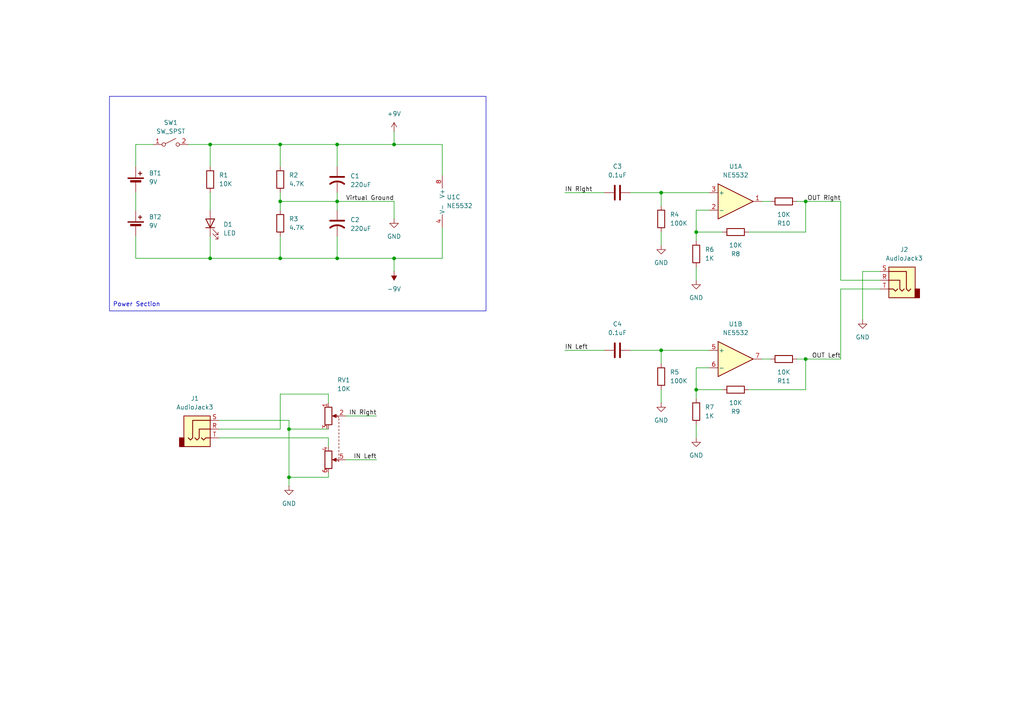
<source format=kicad_sch>
(kicad_sch (version 20250114) (generator "eeschema") (generator_version "9.0")
  (paper "A4")
  (lib_symbols
    (symbol "Amplifier_Operational:NE5532" (pin_names (offset 0.127))
      (property "Reference" "U" (at 0 5.08 0))
      (property "Value" "NE5532" (at 0 -5.08 0))
      (symbol "NE5532_1_1"
        (polyline (pts (xy -5.08 5.08) (xy 5.08 0) (xy -5.08 -5.08) (xy -5.08 5.08)) (stroke (width 0.254)) (fill (type background)))
        (pin input line (at -7.62 2.54 0) (length 2.54) (name "+") (number "3"))
        (pin input line (at -7.62 -2.54 0) (length 2.54) (name "-") (number "2"))
        (pin output line (at 7.62 0 180) (length 2.54) (name "~") (number "1"))
      )
      (symbol "NE5532_2_1"
        (polyline (pts (xy -5.08 5.08) (xy 5.08 0) (xy -5.08 -5.08) (xy -5.08 5.08)) (stroke (width 0.254)) (fill (type background)))
        (pin input line (at -7.62 2.54 0) (length 2.54) (name "+") (number "5"))
        (pin input line (at -7.62 -2.54 0) (length 2.54) (name "-") (number "6"))
        (pin output line (at 7.62 0 180) (length 2.54) (name "~") (number "7"))
      )
      (symbol "NE5532_3_1"
        (pin power_in line (at -2.54 7.62 270) (length 3.81) (name "V+") (number "8"))
        (pin power_in line (at -2.54 -7.62 90) (length 3.81) (name "V-") (number "4"))
      )
    )
    (symbol "Connector_Audio:AudioJack3"
      (property "Reference" "J" (at 0 8.89 0))
      (property "Value" "AudioJack3" (at 0 6.35 0))
      (symbol "AudioJack3_0_1"
        (rectangle (start -5.08 -5.08) (end -6.35 -2.54) (stroke (width 0.254)) (fill (type outline)))
        (polyline (pts (xy -1.905 -2.54) (xy -1.27 -3.175) (xy -0.635 -2.54) (xy -0.635 0) (xy 2.54 0)) (stroke (width 0.254)))
        (polyline (pts (xy 0 -2.54) (xy 0.635 -3.175) (xy 1.27 -2.54) (xy 2.54 -2.54)) (stroke (width 0.254)))
        (rectangle (start 2.54 3.81) (end -5.08 -5.08) (stroke (width 0.254)) (fill (type background)))
        (polyline (pts (xy 2.54 2.54) (xy -2.54 2.54) (xy -2.54 -2.54) (xy -3.175 -3.175) (xy -3.81 -2.54)) (stroke (width 0.254)))
      )
      (symbol "AudioJack3_1_1"
        (pin passive line (at 5.08 2.54 180) (length 2.54) (name "~") (number "S"))
        (pin passive line (at 5.08 0 180) (length 2.54) (name "~") (number "R"))
        (pin passive line (at 5.08 -2.54 180) (length 2.54) (name "~") (number "T"))
      )
    )
    (symbol "Device:Battery_Cell" (pin_numbers (hide yes)) (pin_names (offset 0) (hide yes))
      (property "Reference" "BT" (at 2.54 2.54 0))
      (property "Value" "Battery_Cell" (at 2.54 0 0))
      (symbol "Battery_Cell_0_1"
        (rectangle (start -2.286 1.778) (end 2.286 1.524) (fill (type outline)))
        (rectangle (start -1.524 1.016) (end 1.524 0.508) (fill (type outline)))
        (polyline (pts (xy 0 1.778) (xy 0 2.54)))
        (polyline (pts (xy 0 0.762) (xy 0 0)))
        (polyline (pts (xy 0.762 3.048) (xy 1.778 3.048)) (stroke (width 0.254)))
        (polyline (pts (xy 1.27 3.556) (xy 1.27 2.54)) (stroke (width 0.254)))
      )
      (symbol "Battery_Cell_1_1"
        (pin passive line (at 0 5.08 270) (length 2.54) (name "+") (number "1"))
        (pin passive line (at 0 -2.54 90) (length 2.54) (name "-") (number "2"))
      )
    )
    (symbol "Device:C" (pin_numbers (hide yes)) (pin_names (offset 0.254))
      (property "Reference" "C" (at 0.635 2.54 0))
      (property "Value" "C" (at 0.635 -2.54 0))
      (symbol "C_0_1"
        (polyline (pts (xy -2.032 0.762) (xy 2.032 0.762)) (stroke (width 0.508)))
        (polyline (pts (xy -2.032 -0.762) (xy 2.032 -0.762)) (stroke (width 0.508)))
      )
      (symbol "C_1_1"
        (pin passive line (at 0 3.81 270) (length 2.794) (name "~") (number "1"))
        (pin passive line (at 0 -3.81 90) (length 2.794) (name "~") (number "2"))
      )
    )
    (symbol "Device:C_US" (pin_numbers (hide yes)) (pin_names (offset 0.254) (hide yes))
      (property "Reference" "C" (at 0.635 2.54 0))
      (property "Value" "C_US" (at 0.635 -2.54 0))
      (symbol "C_US_0_1"
        (polyline (pts (xy -2.032 0.762) (xy 2.032 0.762)) (stroke (width 0.508)))
        (arc (start -2.032 -1.27) (mid 0 -0.5572) (end 2.032 -1.27) (stroke (width 0.508)))
      )
      (symbol "C_US_1_1"
        (pin passive line (at 0 3.81 270) (length 2.794) (name "~") (number "1"))
        (pin passive line (at 0 -3.81 90) (length 3.302) (name "~") (number "2"))
      )
    )
    (symbol "Device:LED" (pin_numbers (hide yes)) (pin_names (offset 1.016) (hide yes))
      (property "Reference" "D" (at 0 2.54 0))
      (property "Value" "LED" (at 0 -2.54 0))
      (symbol "LED_0_1"
        (polyline (pts (xy -3.048 -0.762) (xy -4.572 -2.286) (xy -3.81 -2.286) (xy -4.572 -2.286) (xy -4.572 -1.524)))
        (polyline (pts (xy -1.778 -0.762) (xy -3.302 -2.286) (xy -2.54 -2.286) (xy -3.302 -2.286) (xy -3.302 -1.524)))
        (polyline (pts (xy -1.27 0) (xy 1.27 0)))
        (polyline (pts (xy -1.27 -1.27) (xy -1.27 1.27)) (stroke (width 0.254)))
        (polyline (pts (xy 1.27 -1.27) (xy 1.27 1.27) (xy -1.27 0) (xy 1.27 -1.27)) (stroke (width 0.254)))
      )
      (symbol "LED_1_1"
        (pin passive line (at -3.81 0 0) (length 2.54) (name "K") (number "1"))
        (pin passive line (at 3.81 0 180) (length 2.54) (name "A") (number "2"))
      )
    )
    (symbol "Device:R" (pin_numbers (hide yes)) (pin_names (offset 0))
      (property "Reference" "R" (at 2.032 0 90))
      (property "Value" "R" (at 0 0 90))
      (symbol "R_0_1"
        (rectangle (start -1.016 -2.54) (end 1.016 2.54) (stroke (width 0.254)))
      )
      (symbol "R_1_1"
        (pin passive line (at 0 3.81 270) (length 1.27) (name "~") (number "1"))
        (pin passive line (at 0 -3.81 90) (length 1.27) (name "~") (number "2"))
      )
    )
    (symbol "Device:R_Potentiometer_Dual" (pin_names (offset 1.016) (hide yes))
      (property "Reference" "RV" (at 0 3.81 0))
      (property "Value" "R_Potentiometer_Dual" (at 0 1.905 0))
      (symbol "R_Potentiometer_Dual_0_1"
        (rectangle (start -8.89 -1.524) (end -3.81 -3.556) (stroke (width 0.254)))
        (polyline (pts (xy -6.35 0) (xy -6.35 -1.016)))
        (polyline (pts (xy -6.35 0) (xy -6.35 -1.016)))
        (polyline (pts (xy -6.35 0) (xy -5.842 0.508)))
        (polyline (pts (xy -6.35 -1.397) (xy -6.858 -0.254) (xy -5.842 -0.254) (xy -6.35 -1.397)) (fill (type outline)))
        (polyline (pts (xy -5.588 0.508) (xy -5.08 0.508)))
        (polyline (pts (xy -4.572 0.508) (xy -4.064 0.508)))
        (polyline (pts (xy -3.556 0.508) (xy -3.048 0.508)))
        (polyline (pts (xy -2.54 0.508) (xy -2.032 0.508)))
        (polyline (pts (xy -1.524 0.508) (xy -1.016 0.508)))
        (polyline (pts (xy -0.508 0.508) (xy 0 0.508)))
        (polyline (pts (xy 0.508 0.508) (xy 1.016 0.508)))
        (polyline (pts (xy 1.524 0.508) (xy 2.032 0.508)))
        (polyline (pts (xy 2.54 0.508) (xy 3.048 0.508)))
        (polyline (pts (xy 3.556 0.508) (xy 4.064 0.508)))
        (rectangle (start 3.81 -1.524) (end 8.89 -3.556) (stroke (width 0.254)))
        (polyline (pts (xy 4.572 0.508) (xy 5.08 0.508)))
        (polyline (pts (xy 5.588 0.508) (xy 6.096 0.508)))
        (polyline (pts (xy 6.35 0) (xy 6.35 -1.016)))
        (polyline (pts (xy 6.35 0) (xy 6.35 -1.016)))
        (polyline (pts (xy 6.35 -1.397) (xy 5.842 -0.254) (xy 6.858 -0.254) (xy 6.35 -1.397)) (fill (type outline)))
        (polyline (pts (xy 6.604 0.508) (xy 6.858 0.508) (xy 6.35 0)))
      )
      (symbol "R_Potentiometer_Dual_1_1"
        (pin passive line (at -10.16 -2.54 0) (length 1.27) (name "1") (number "1"))
        (pin passive line (at -6.35 2.54 270) (length 2.54) (name "2") (number "2"))
        (pin passive line (at -2.54 -2.54 180) (length 1.27) (name "3") (number "3"))
        (pin passive line (at 2.54 -2.54 0) (length 1.27) (name "4") (number "4"))
        (pin passive line (at 6.35 2.54 270) (length 2.54) (name "5") (number "5"))
        (pin passive line (at 10.16 -2.54 180) (length 1.27) (name "6") (number "6"))
      )
    )
    (symbol "Switch:SW_SPST" (pin_names (offset 0) (hide yes))
      (property "Reference" "SW" (at 0 3.175 0))
      (property "Value" "SW_SPST" (at 0 -2.54 0))
      (symbol "SW_SPST_0_0"
        (circle (center -2.032 0) (radius 0.508))
        (polyline (pts (xy -1.524 0.254) (xy 1.524 1.778)))
        (circle (center 2.032 0) (radius 0.508))
      )
      (symbol "SW_SPST_1_1"
        (pin passive line (at -5.08 0 0) (length 2.54) (name "A") (number "1"))
        (pin passive line (at 5.08 0 180) (length 2.54) (name "B") (number "2"))
      )
    )
    (symbol "power:+9V" (power) (pin_numbers (hide yes)) (pin_names (offset 0) (hide yes))
      (property "Value" "+9V" (at 0 3.556 0))
      (symbol "+9V_0_1"
        (polyline (pts (xy -0.762 1.27) (xy 0 2.54)))
        (polyline (pts (xy 0 2.54) (xy 0.762 1.27)))
        (polyline (pts (xy 0 0) (xy 0 2.54)))
      )
      (symbol "+9V_1_1"
        (pin power_in line (at 0 0 90) (length 0) (name "~") (number "1"))
      )
    )
    (symbol "power:-9V" (power) (pin_numbers (hide yes)) (pin_names (offset 0) (hide yes))
      (property "Value" "-9V" (at 0 3.556 0))
      (symbol "-9V_0_1"
        (polyline (pts (xy 0 0) (xy 0 2.54)))
        (polyline (pts (xy 0.762 1.27) (xy -0.762 1.27) (xy 0 2.54) (xy 0.762 1.27)) (fill (type outline)))
      )
      (symbol "-9V_1_1"
        (pin power_in line (at 0 0 90) (length 0) (name "~") (number "1"))
      )
    )
    (symbol "power:GND" (power) (pin_numbers (hide yes)) (pin_names (offset 0) (hide yes))
      (property "Value" "GND" (at 0 -3.81 0))
      (symbol "GND_0_1"
        (polyline (pts (xy 0 0) (xy 0 -1.27) (xy 1.27 -1.27) (xy 0 -2.54) (xy -1.27 -1.27) (xy 0 -1.27)))
      )
      (symbol "GND_1_1"
        (pin power_in line (at 0 0 270) (length 0) (name "~") (number "1"))
      )
    )
  )
  (rectangle (start 31.75 27.94) (end 140.97 90.17))
  (text "Power Section" (at 39.624 88.392 0) (effects (font (size 1.27 1.27))))
  (junction (at 97.79 41.91))
  (junction (at 191.77 55.88))
  (junction (at 201.93 113.03))
  (junction (at 233.68 58.42))
  (junction (at 81.28 41.91))
  (junction (at 97.79 74.93))
  (junction (at 81.28 74.93))
  (junction (at 114.3 41.91))
  (junction (at 233.68 104.14))
  (junction (at 191.77 101.6))
  (junction (at 97.79 58.42))
  (junction (at 83.82 138.43))
  (junction (at 201.93 67.31))
  (junction (at 83.82 124.46))
  (junction (at 114.3 74.93))
  (junction (at 60.96 74.93))
  (junction (at 81.28 58.42))
  (junction (at 60.96 41.91))
  (wire (pts (xy 217.17 113.03) (xy 233.68 113.03)))
  (wire (pts (xy 243.84 81.28) (xy 255.27 81.28)))
  (wire (pts (xy 81.28 68.58) (xy 81.28 74.93)))
  (wire (pts (xy 250.19 78.74) (xy 250.19 92.71)))
  (wire (pts (xy 81.28 41.91) (xy 60.96 41.91)))
  (wire (pts (xy 205.74 106.68) (xy 201.93 106.68)))
  (wire (pts (xy 95.25 127) (xy 95.25 129.54)))
  (wire (pts (xy 205.74 60.96) (xy 201.93 60.96)))
  (wire (pts (xy 201.93 113.03) (xy 201.93 115.57)))
  (wire (pts (xy 97.79 74.93) (xy 114.3 74.93)))
  (wire (pts (xy 39.37 48.26) (xy 39.37 41.91)))
  (wire (pts (xy 63.5 121.92) (xy 83.82 121.92)))
  (wire (pts (xy 63.5 124.46) (xy 81.28 124.46)))
  (wire (pts (xy 191.77 67.31) (xy 191.77 71.12)))
  (wire (pts (xy 83.82 140.97) (xy 83.82 138.43)))
  (wire (pts (xy 97.79 58.42) (xy 97.79 60.96)))
  (wire (pts (xy 114.3 58.42) (xy 114.3 63.5)))
  (wire (pts (xy 97.79 68.58) (xy 97.79 74.93)))
  (wire (pts (xy 201.93 67.31) (xy 201.93 69.85)))
  (wire (pts (xy 83.82 124.46) (xy 83.82 138.43)))
  (wire (pts (xy 233.68 58.42) (xy 243.84 58.42)))
  (wire (pts (xy 39.37 74.93) (xy 39.37 68.58)))
  (wire (pts (xy 217.17 67.31) (xy 233.68 67.31)))
  (wire (pts (xy 233.68 104.14) (xy 243.84 104.14)))
  (wire (pts (xy 39.37 74.93) (xy 60.96 74.93)))
  (wire (pts (xy 255.27 78.74) (xy 250.19 78.74)))
  (wire (pts (xy 97.79 55.88) (xy 97.79 58.42)))
  (wire (pts (xy 60.96 41.91) (xy 60.96 48.26)))
  (wire (pts (xy 114.3 78.74) (xy 114.3 74.93)))
  (wire (pts (xy 201.93 77.47) (xy 201.93 81.28)))
  (wire (pts (xy 114.3 38.1) (xy 114.3 41.91)))
  (wire (pts (xy 81.28 124.46) (xy 81.28 114.3)))
  (wire (pts (xy 81.28 74.93) (xy 60.96 74.93)))
  (wire (pts (xy 201.93 60.96) (xy 201.93 67.31)))
  (wire (pts (xy 201.93 67.31) (xy 209.55 67.31)))
  (wire (pts (xy 95.25 138.43) (xy 95.25 137.16)))
  (wire (pts (xy 81.28 58.42) (xy 81.28 60.96)))
  (wire (pts (xy 100.33 133.35) (xy 109.22 133.35)))
  (wire (pts (xy 97.79 41.91) (xy 114.3 41.91)))
  (wire (pts (xy 128.27 41.91) (xy 114.3 41.91)))
  (wire (pts (xy 39.37 55.88) (xy 39.37 60.96)))
  (wire (pts (xy 201.93 123.19) (xy 201.93 127)))
  (wire (pts (xy 83.82 121.92) (xy 83.82 124.46)))
  (wire (pts (xy 63.5 127) (xy 95.25 127)))
  (wire (pts (xy 95.25 114.3) (xy 95.25 116.84)))
  (wire (pts (xy 128.27 66.04) (xy 128.27 74.93)))
  (wire (pts (xy 233.68 113.03) (xy 233.68 104.14)))
  (wire (pts (xy 97.79 58.42) (xy 114.3 58.42)))
  (wire (pts (xy 243.84 104.14) (xy 243.84 83.82)))
  (wire (pts (xy 81.28 55.88) (xy 81.28 58.42)))
  (wire (pts (xy 163.83 101.6) (xy 175.26 101.6)))
  (wire (pts (xy 191.77 55.88) (xy 205.74 55.88)))
  (wire (pts (xy 60.96 55.88) (xy 60.96 60.96)))
  (wire (pts (xy 233.68 58.42) (xy 231.14 58.42)))
  (wire (pts (xy 81.28 58.42) (xy 97.79 58.42)))
  (wire (pts (xy 233.68 104.14) (xy 231.14 104.14)))
  (wire (pts (xy 128.27 50.8) (xy 128.27 41.91)))
  (wire (pts (xy 81.28 114.3) (xy 95.25 114.3)))
  (wire (pts (xy 243.84 58.42) (xy 243.84 81.28)))
  (wire (pts (xy 97.79 74.93) (xy 81.28 74.93)))
  (wire (pts (xy 233.68 67.31) (xy 233.68 58.42)))
  (wire (pts (xy 54.61 41.91) (xy 60.96 41.91)))
  (wire (pts (xy 97.79 48.26) (xy 97.79 41.91)))
  (wire (pts (xy 182.88 55.88) (xy 191.77 55.88)))
  (wire (pts (xy 81.28 48.26) (xy 81.28 41.91)))
  (wire (pts (xy 163.83 55.88) (xy 175.26 55.88)))
  (wire (pts (xy 100.33 120.65) (xy 109.22 120.65)))
  (wire (pts (xy 83.82 124.46) (xy 95.25 124.46)))
  (wire (pts (xy 39.37 41.91) (xy 44.45 41.91)))
  (wire (pts (xy 83.82 138.43) (xy 95.25 138.43)))
  (wire (pts (xy 220.98 58.42) (xy 223.52 58.42)))
  (wire (pts (xy 97.79 41.91) (xy 81.28 41.91)))
  (wire (pts (xy 191.77 113.03) (xy 191.77 116.84)))
  (wire (pts (xy 182.88 101.6) (xy 191.77 101.6)))
  (wire (pts (xy 201.93 113.03) (xy 209.55 113.03)))
  (wire (pts (xy 191.77 101.6) (xy 205.74 101.6)))
  (wire (pts (xy 201.93 106.68) (xy 201.93 113.03)))
  (wire (pts (xy 243.84 83.82) (xy 255.27 83.82)))
  (wire (pts (xy 191.77 55.88) (xy 191.77 59.69)))
  (wire (pts (xy 128.27 74.93) (xy 114.3 74.93)))
  (wire (pts (xy 60.96 68.58) (xy 60.96 74.93)))
  (wire (pts (xy 220.98 104.14) (xy 223.52 104.14)))
  (wire (pts (xy 191.77 101.6) (xy 191.77 105.41)))
  (label "OUT Left" (at 243.84 104.14 180))
  (label "IN Right" (at 109.22 120.65 180))
  (label "IN Right" (at 163.83 55.88 0))
  (label "IN Left" (at 109.22 133.35 180))
  (label "Virtual Ground" (at 114.3 58.42 180))
  (label "OUT Right" (at 243.84 58.42 180))
  (label "IN Left" (at 163.83 101.6 0))
  (symbol (lib_id "Device:C") (at 179.07 55.88 90) (unit 1)
    (property "Reference" "C3" (at 179.07 48.26 90))
    (property "Value" "0.1uF" (at 179.07 50.8 90))
    (property "Description" "Unpolarized capacitor" (effects (hide yes)))
  )
  (symbol (lib_id "Amplifier_Operational:NE5532") (at 130.81 58.42 0) (unit 3)
    (property "Reference" "U1" (at 129.54 57.1499 0) (effects (justify left)))
    (property "Value" "NE5532" (at 129.54 59.6899 0) (effects (justify left)))
    (property "Datasheet" "http://www.ti.com/lit/ds/symlink/ne5532.pdf" (effects (hide yes)))
    (property "Description" "Dual Low-Noise Operational Amplifiers, DIP-8/SOIC-8" (effects (hide yes)))
  )
  (symbol (lib_id "Amplifier_Operational:NE5532") (at 213.36 104.14 0) (unit 2)
    (property "Reference" "U1" (at 213.36 93.98 0))
    (property "Value" "NE5532" (at 213.36 96.52 0))
    (property "Datasheet" "http://www.ti.com/lit/ds/symlink/ne5532.pdf" (effects (hide yes)))
    (property "Description" "Dual Low-Noise Operational Amplifiers, DIP-8/SOIC-8" (effects (hide yes)))
  )
  (symbol (lib_id "power:GND") (at 201.93 81.28 0) (unit 1)
    (property "Reference" "#PWR09" (effects (hide yes)))
    (property "Value" "GND" (at 201.93 86.36 0))
    (property "Description" "Power symbol creates a global label with name \"GND\" , ground" (effects (hide yes)))
  )
  (symbol (lib_id "power:+9V") (at 114.3 38.1 0) (unit 1)
    (property "Reference" "#PWR02" (effects (hide yes)))
    (property "Value" "+9V" (at 114.3 33.02 0))
    (property "Description" "Power symbol creates a global label with name \"+9V\"" (effects (hide yes)))
  )
  (symbol (lib_id "Device:R") (at 213.36 113.03 90) (mirror x) (unit 1)
    (property "Reference" "R9" (at 213.36 119.38 90))
    (property "Value" "10K" (at 213.36 116.84 90))
    (property "Description" "Resistor" (effects (hide yes)))
  )
  (symbol (lib_id "power:GND") (at 191.77 71.12 0) (unit 1)
    (property "Reference" "#PWR07" (effects (hide yes)))
    (property "Value" "GND" (at 191.77 76.2 0))
    (property "Description" "Power symbol creates a global label with name \"GND\" , ground" (effects (hide yes)))
  )
  (symbol (lib_id "Connector_Audio:AudioJack3") (at 260.35 81.28 0) (mirror y) (unit 1)
    (property "Reference" "J2" (at 262.255 72.39 0))
    (property "Value" "AudioJack3" (at 262.255 74.93 0))
    (property "Description" "Audio Jack, 3 Poles (Stereo / TRS)" (effects (hide yes)))
  )
  (symbol (lib_id "Device:R") (at 81.28 52.07 0) (unit 1)
    (property "Reference" "R2" (at 83.82 50.7999 0) (effects (justify left)))
    (property "Value" "4.7K" (at 83.82 53.3399 0) (effects (justify left)))
    (property "Description" "Resistor" (effects (hide yes)))
  )
  (symbol (lib_id "Device:LED") (at 60.96 64.77 90) (unit 1)
    (property "Reference" "D1" (at 64.77 65.0874 90) (effects (justify right)))
    (property "Value" "LED" (at 64.77 67.6274 90) (effects (justify right)))
    (property "Description" "Light emitting diode" (effects (hide yes)))
    (property "Sim.Pins" "1=K 2=A" (effects (hide yes)))
  )
  (symbol (lib_id "power:GND") (at 201.93 127 0) (unit 1)
    (property "Reference" "#PWR010" (effects (hide yes)))
    (property "Value" "GND" (at 201.93 132.08 0))
    (property "Description" "Power symbol creates a global label with name \"GND\" , ground" (effects (hide yes)))
  )
  (symbol (lib_id "power:-9V") (at 114.3 78.74 180) (unit 1)
    (property "Reference" "#PWR04" (effects (hide yes)))
    (property "Value" "-9V" (at 114.3 83.82 0))
    (property "Description" "Power symbol creates a global label with name \"-9V\"" (effects (hide yes)))
  )
  (symbol (lib_id "Connector_Audio:AudioJack3") (at 58.42 124.46 0) (unit 1)
    (property "Reference" "J1" (at 56.515 115.57 0))
    (property "Value" "AudioJack3" (at 56.515 118.11 0))
    (property "Description" "Audio Jack, 3 Poles (Stereo / TRS)" (effects (hide yes)))
  )
  (symbol (lib_id "Device:C_US") (at 97.79 64.77 0) (unit 1)
    (property "Reference" "C2" (at 101.6 63.7539 0) (effects (justify left)))
    (property "Value" "220uF" (at 101.6 66.2939 0) (effects (justify left)))
    (property "Description" "capacitor, US symbol" (effects (hide yes)))
  )
  (symbol (lib_id "Device:C_US") (at 97.79 52.07 0) (unit 1)
    (property "Reference" "C1" (at 101.6 51.0539 0) (effects (justify left)))
    (property "Value" "220uF" (at 101.6 53.5939 0) (effects (justify left)))
    (property "Description" "capacitor, US symbol" (effects (hide yes)))
  )
  (symbol (lib_id "power:GND") (at 191.77 116.84 0) (unit 1)
    (property "Reference" "#PWR08" (effects (hide yes)))
    (property "Value" "GND" (at 191.77 121.92 0))
    (property "Description" "Power symbol creates a global label with name \"GND\" , ground" (effects (hide yes)))
  )
  (symbol (lib_id "Device:Battery_Cell") (at 39.37 66.04 0) (unit 1)
    (property "Reference" "BT2" (at 43.18 62.9284 0) (effects (justify left)))
    (property "Value" "9V" (at 43.18 65.4684 0) (effects (justify left)))
    (property "Description" "Single-cell battery" (effects (hide yes)))
  )
  (symbol (lib_id "Device:R_Potentiometer_Dual") (at 97.79 127 270) (unit 1)
    (property "Reference" "RV1" (at 97.79 110.236 90) (effects (justify left)))
    (property "Value" "10K" (at 97.79 112.776 90) (effects (justify left)))
    (property "Description" "Dual potentiometer" (effects (hide yes)))
  )
  (symbol (lib_id "Device:Battery_Cell") (at 39.37 53.34 0) (unit 1)
    (property "Reference" "BT1" (at 43.18 50.2284 0) (effects (justify left)))
    (property "Value" "9V" (at 43.18 52.7684 0) (effects (justify left)))
    (property "Description" "Single-cell battery" (effects (hide yes)))
  )
  (symbol (lib_id "Switch:SW_SPST") (at 49.53 41.91 0) (unit 1)
    (property "Reference" "SW1" (at 49.53 35.56 0))
    (property "Value" "SW_SPST" (at 49.53 38.1 0))
    (property "Description" "Single Pole Single Throw (SPST) switch" (effects (hide yes)))
  )
  (symbol (lib_id "Device:R") (at 213.36 67.31 90) (mirror x) (unit 1)
    (property "Reference" "R8" (at 213.36 73.66 90))
    (property "Value" "10K" (at 213.36 71.12 90))
    (property "Description" "Resistor" (effects (hide yes)))
  )
  (symbol (lib_id "power:GND") (at 114.3 63.5 0) (unit 1)
    (property "Reference" "#PWR03" (effects (hide yes)))
    (property "Value" "GND" (at 114.3 68.58 0))
    (property "Description" "Power symbol creates a global label with name \"GND\" , ground" (effects (hide yes)))
  )
  (symbol (lib_id "power:GND") (at 83.82 140.97 0) (unit 1)
    (property "Reference" "#PWR01" (effects (hide yes)))
    (property "Value" "GND" (at 83.82 146.05 0))
    (property "Description" "Power symbol creates a global label with name \"GND\" , ground" (effects (hide yes)))
  )
  (symbol (lib_id "Device:R") (at 191.77 63.5 0) (unit 1)
    (property "Reference" "R4" (at 194.31 62.2299 0) (effects (justify left)))
    (property "Value" "100K" (at 194.31 64.7699 0) (effects (justify left)))
    (property "Description" "Resistor" (effects (hide yes)))
  )
  (symbol (lib_id "Device:R") (at 201.93 73.66 0) (unit 1)
    (property "Reference" "R6" (at 204.47 72.3899 0) (effects (justify left)))
    (property "Value" "1K" (at 204.47 74.9299 0) (effects (justify left)))
    (property "Description" "Resistor" (effects (hide yes)))
  )
  (symbol (lib_id "Device:C") (at 179.07 101.6 90) (unit 1)
    (property "Reference" "C4" (at 179.07 93.98 90))
    (property "Value" "0.1uF" (at 179.07 96.52 90))
    (property "Description" "Unpolarized capacitor" (effects (hide yes)))
  )
  (symbol (lib_id "power:GND") (at 250.19 92.71 0) (unit 1)
    (property "Reference" "#PWR011" (effects (hide yes)))
    (property "Value" "GND" (at 250.19 97.79 0))
    (property "Description" "Power symbol creates a global label with name \"GND\" , ground" (effects (hide yes)))
  )
  (symbol (lib_id "Device:R") (at 227.33 104.14 90) (mirror x) (unit 1)
    (property "Reference" "R11" (at 227.33 110.49 90))
    (property "Value" "10K" (at 227.33 107.95 90))
    (property "Description" "Resistor" (effects (hide yes)))
  )
  (symbol (lib_id "Device:R") (at 81.28 64.77 0) (unit 1)
    (property "Reference" "R3" (at 83.82 63.4999 0) (effects (justify left)))
    (property "Value" "4.7K" (at 83.82 66.0399 0) (effects (justify left)))
    (property "Description" "Resistor" (effects (hide yes)))
  )
  (symbol (lib_id "Amplifier_Operational:NE5532") (at 213.36 58.42 0) (unit 1)
    (property "Reference" "U1" (at 213.36 48.26 0))
    (property "Value" "NE5532" (at 213.36 50.8 0))
    (property "Datasheet" "http://www.ti.com/lit/ds/symlink/ne5532.pdf" (effects (hide yes)))
    (property "Description" "Dual Low-Noise Operational Amplifiers, DIP-8/SOIC-8" (effects (hide yes)))
  )
  (symbol (lib_id "Device:R") (at 60.96 52.07 0) (unit 1)
    (property "Reference" "R1" (at 63.5 50.7999 0) (effects (justify left)))
    (property "Value" "10K" (at 63.5 53.3399 0) (effects (justify left)))
    (property "Description" "Resistor" (effects (hide yes)))
  )
  (symbol (lib_id "Device:R") (at 191.77 109.22 0) (unit 1)
    (property "Reference" "R5" (at 194.31 107.9499 0) (effects (justify left)))
    (property "Value" "100K" (at 194.31 110.4899 0) (effects (justify left)))
    (property "Description" "Resistor" (effects (hide yes)))
  )
  (symbol (lib_id "Device:R") (at 201.93 119.38 0) (unit 1)
    (property "Reference" "R7" (at 204.47 118.1099 0) (effects (justify left)))
    (property "Value" "1K" (at 204.47 120.6499 0) (effects (justify left)))
    (property "Description" "Resistor" (effects (hide yes)))
  )
  (symbol (lib_id "Device:R") (at 227.33 58.42 90) (mirror x) (unit 1)
    (property "Reference" "R10" (at 227.33 64.77 90))
    (property "Value" "10K" (at 227.33 62.23 90))
    (property "Description" "Resistor" (effects (hide yes)))
  )
)
</source>
